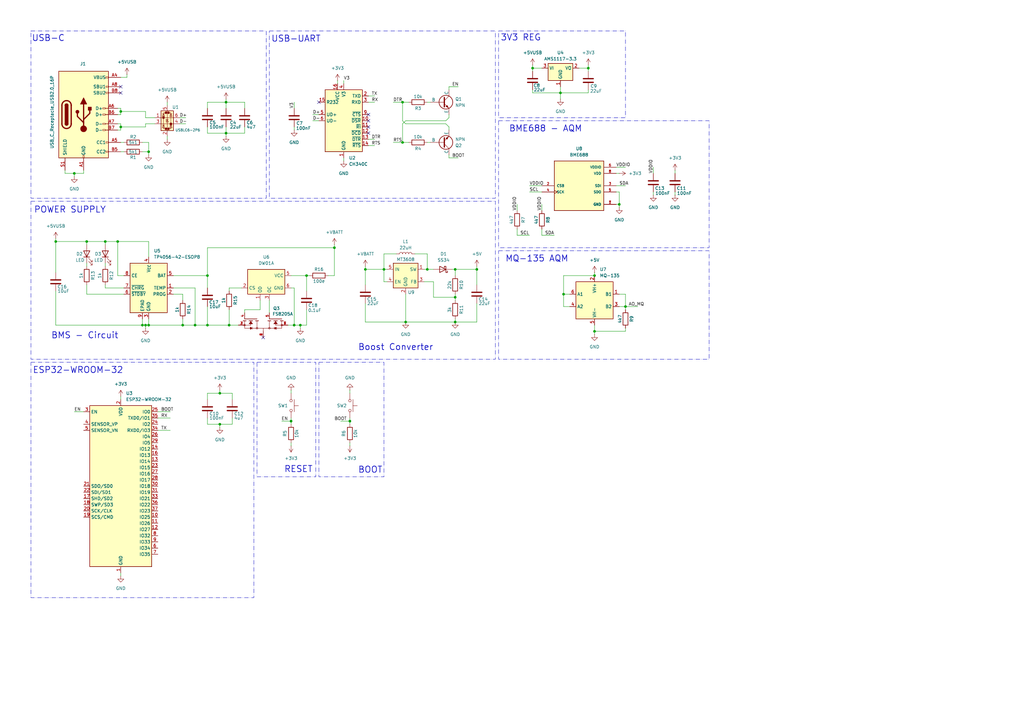
<source format=kicad_sch>
(kicad_sch (version 20250114) (generator "eeschema") (generator_version "9.0")
  (paper "A3")
  (title_block (title "Hewa Safi") (date "2025-04-03") (rev "v1.0") (company "Sixtyfour Sense Technologies") (comment 3 "Keith Brian"))
  (text "RESET" (at 122.428 192.532 0) (effects (font (size 2.54 2.54) (thickness 0.254) (bold yes))))
  (text "ESP32-WROOM-32" (at 32.004 151.892 0) (effects (font (size 2.54 2.54) (thickness 0.254) (bold yes))))
  (text "BME688 - AQM" (at 223.774 52.832 0) (effects (font (size 2.54 2.54) (thickness 0.254) (bold yes))))
  (text "USB-C" (at 19.812 15.748 0) (effects (font (size 2.54 2.54) (thickness 0.254) (bold yes))))
  (text "POWER SUPPLY" (at 28.702 86.106 0) (effects (font (size 2.54 2.54) (thickness 0.254) (bold yes))))
  (text "MQ-135 AQM" (at 220.218 106.172 0) (effects (font (size 2.54 2.54) (thickness 0.254) (bold yes))))
  (text "BOOT" (at 151.892 192.786 0) (effects (font (size 2.54 2.54) (thickness 0.254) (bold yes))))
  (text "BMS - Circuit" (at 34.798 137.668 0) (effects (font (size 2.54 2.54) (thickness 0.254) (bold yes))))
  (text "3V3 REG" (at 213.614 15.494 0) (effects (font (size 2.54 2.54) (thickness 0.254) (bold yes))))
  (text "Boost Converter" (at 162.306 142.494 0) (effects (font (size 2.54 2.54) (thickness 0.254) (bold yes))))
  (text "USB-UART" (at 121.412 16.002 0) (effects (font (size 2.54 2.54) (thickness 0.254) (bold yes))))
  (text_box "" (at 12.7 148.59 0) (size 91.44 96.52) (margins 0.9525 0.9525 0.9525 0.9525) (stroke (width 0) (type dash_dot)) (effects (font (size 1.27 1.27)) (justify left top)))
  (text_box "" (at 204.47 102.87 0) (size 86.36 44.45) (margins 0.9525 0.9525 0.9525 0.9525) (stroke (width 0) (type dash_dot)) (effects (font (size 1.27 1.27)) (justify left top)))
  (text_box "" (at 204.47 49.53 0) (size 86.36 52.07) (margins 0.9525 0.9525 0.9525 0.9525) (stroke (width 0) (type dash_dot)) (effects (font (size 1.27 1.27)) (justify left top)))
  (text_box "" (at 110.49 12.7 0) (size 92.71 68.58) (margins 0.9525 0.9525 0.9525 0.9525) (stroke (width 0) (type dash_dot)) (effects (font (size 1.27 1.27)) (justify left top)))
  (text_box "" (at 129.54 195.58 0) (size -24.13 -46.99) (margins 0.9525 0.9525 0.9525 0.9525) (stroke (width 0) (type dash_dot)) (effects (font (size 1.27 1.27)) (justify left top)))
  (text_box "" (at 157.48 195.58 0) (size -26.67 -46.99) (margins 0.9525 0.9525 0.9525 0.9525) (stroke (width 0) (type dash_dot)) (effects (font (size 1.27 1.27)) (justify left top)))
  (text_box "" (at 204.47 12.7 0) (size 52.07 35.56) (margins 0.9525 0.9525 0.9525 0.9525) (stroke (width 0) (type dash_dot)) (effects (font (size 1.27 1.27)) (justify left top)))
  (text_box "" (at 12.7 12.7 0) (size 96.52 68.58) (margins 0.9525 0.9525 0.9525 0.9525) (stroke (width 0) (type dash_dot)) (effects (font (size 1.27 1.27)) (justify left top)))
  (text_box "" (at 12.7 82.55 0) (size 190.5 64.77) (margins 0.9525 0.9525 0.9525 0.9525) (stroke (width 0) (type dash_dot)) (effects (font (size 1.27 1.27)) (justify left top)))
  (junction (at 48.26 99.06))
  (junction (at 186.69 110.49))
  (junction (at 49.53 45.72))
  (junction (at 256.54 125.73))
  (junction (at 90.17 161.29))
  (junction (at 165.1 41.91))
  (junction (at 85.09 133.35))
  (junction (at 123.19 133.35))
  (junction (at 243.84 113.03))
  (junction (at 165.1 58.42))
  (junction (at 22.86 99.06))
  (junction (at 43.18 99.06))
  (junction (at 149.86 110.49))
  (junction (at 175.26 110.49))
  (junction (at 49.53 52.07))
  (junction (at 143.51 172.72))
  (junction (at 93.98 133.35))
  (junction (at 241.3 27.94))
  (junction (at 92.71 41.91))
  (junction (at 195.58 110.49))
  (junction (at 60.96 62.23))
  (junction (at 35.56 99.06))
  (junction (at 229.87 38.1))
  (junction (at 231.14 120.65))
  (junction (at 186.69 132.08))
  (junction (at 254 83.82))
  (junction (at 218.44 27.94))
  (junction (at 120.65 133.35))
  (junction (at 157.48 110.49))
  (junction (at 30.48 71.12))
  (junction (at 80.01 133.35))
  (junction (at 92.71 54.61))
  (junction (at 58.42 133.35))
  (junction (at 166.37 132.08))
  (junction (at 59.69 133.35))
  (junction (at 74.93 133.35))
  (junction (at 243.84 135.89))
  (junction (at 90.17 173.99))
  (junction (at 60.96 133.35))
  (junction (at 186.69 121.92))
  (junction (at 125.73 113.03))
  (junction (at 85.09 113.03))
  (junction (at 137.16 101.6))
  (junction (at 119.38 172.72))
  (no_connect (at 49.53 38.1))
  (no_connect (at 151.13 54.61))
  (no_connect (at 107.95 138.43))
  (no_connect (at 130.81 41.91))
  (no_connect (at 151.13 49.53))
  (no_connect (at 151.13 46.99))
  (no_connect (at 49.53 35.56))
  (no_connect (at 151.13 52.07))
  (wire (pts (xy 123.19 133.35) (xy 123.19 134.62)))
  (wire (pts (xy 118.11 133.35) (xy 120.65 133.35)))
  (wire (pts (xy 119.38 172.72) (xy 119.38 171.45)))
  (wire (pts (xy 60.96 99.06) (xy 48.26 99.06)))
  (wire (pts (xy 149.86 124.46) (xy 149.86 132.08)))
  (wire (pts (xy 195.58 116.84) (xy 195.58 110.49)))
  (wire (pts (xy 166.37 49.53) (xy 165.1 50.8)))
  (wire (pts (xy 35.56 120.65) (xy 50.8 120.65)))
  (wire (pts (xy 48.26 50.8) (xy 49.53 50.8)))
  (wire (pts (xy 49.53 234.95) (xy 49.53 236.22)))
  (wire (pts (xy 137.16 101.6) (xy 85.09 101.6)))
  (wire (pts (xy 64.77 168.91) (xy 69.85 168.91)))
  (wire (pts (xy 59.69 50.8) (xy 63.5 50.8)))
  (wire (pts (xy 128.27 49.53) (xy 130.81 49.53)))
  (wire (pts (xy 85.09 161.29) (xy 90.17 161.29)))
  (wire (pts (xy 125.73 133.35) (xy 123.19 133.35)))
  (wire (pts (xy 158.75 115.57) (xy 157.48 115.57)))
  (wire (pts (xy 195.58 110.49) (xy 186.69 110.49)))
  (wire (pts (xy 143.51 172.72) (xy 143.51 171.45)))
  (wire (pts (xy 186.69 120.65) (xy 186.69 121.92)))
  (wire (pts (xy 60.96 62.23) (xy 58.42 62.23)))
  (wire (pts (xy 184.15 35.56) (xy 187.96 35.56)))
  (wire (pts (xy 85.09 54.61) (xy 92.71 54.61)))
  (wire (pts (xy 90.17 173.99) (xy 90.17 175.26)))
  (wire (pts (xy 151.13 39.37) (xy 153.67 39.37)))
  (wire (pts (xy 93.98 133.35) (xy 85.09 133.35)))
  (wire (pts (xy 184.15 46.99) (xy 184.15 48.26)))
  (wire (pts (xy 30.48 168.91) (xy 34.29 168.91)))
  (wire (pts (xy 151.13 41.91) (xy 153.67 41.91)))
  (wire (pts (xy 48.26 46.99) (xy 49.53 46.99)))
  (wire (pts (xy 35.56 99.06) (xy 35.56 100.33)))
  (wire (pts (xy 59.69 45.72) (xy 59.69 48.26)))
  (wire (pts (xy 165.1 50.8) (xy 165.1 58.42)))
  (wire (pts (xy 85.09 41.91) (xy 92.71 41.91)))
  (wire (pts (xy 71.12 113.03) (xy 85.09 113.03)))
  (wire (pts (xy 185.42 110.49) (xy 186.69 110.49)))
  (wire (pts (xy 119.38 161.29) (xy 119.38 160.02)))
  (wire (pts (xy 252.73 78.74) (xy 254 78.74)))
  (wire (pts (xy 165.1 41.91) (xy 165.1 49.53)))
  (wire (pts (xy 231.14 120.65) (xy 231.14 113.03)))
  (wire (pts (xy 157.48 104.14) (xy 157.48 110.49)))
  (wire (pts (xy 151.13 57.15) (xy 153.67 57.15)))
  (wire (pts (xy 92.71 54.61) (xy 100.33 54.61)))
  (wire (pts (xy 212.09 93.98) (xy 212.09 96.52)))
  (wire (pts (xy 22.86 99.06) (xy 35.56 99.06)))
  (wire (pts (xy 119.38 173.99) (xy 119.38 172.72)))
  (wire (pts (xy 177.8 121.92) (xy 186.69 121.92)))
  (wire (pts (xy 30.48 71.12) (xy 30.48 72.39)))
  (wire (pts (xy 165.1 58.42) (xy 167.64 58.42)))
  (wire (pts (xy 43.18 99.06) (xy 35.56 99.06)))
  (wire (pts (xy 120.65 52.07) (xy 120.65 53.34)))
  (wire (pts (xy 175.26 110.49) (xy 177.8 110.49)))
  (wire (pts (xy 35.56 107.95) (xy 35.56 109.22)))
  (wire (pts (xy 149.86 109.22) (xy 149.86 110.49)))
  (wire (pts (xy 151.13 59.69) (xy 153.67 59.69)))
  (wire (pts (xy 52.07 31.75) (xy 49.53 31.75)))
  (wire (pts (xy 119.38 172.72) (xy 115.57 172.72)))
  (wire (pts (xy 60.96 58.42) (xy 60.96 62.23)))
  (wire (pts (xy 231.14 125.73) (xy 231.14 120.65)))
  (wire (pts (xy 252.73 68.58) (xy 256.54 68.58)))
  (wire (pts (xy 90.17 161.29) (xy 95.25 161.29)))
  (wire (pts (xy 48.26 99.06) (xy 43.18 99.06)))
  (wire (pts (xy 184.15 52.07) (xy 184.15 53.34)))
  (wire (pts (xy 243.84 135.89) (xy 256.54 135.89)))
  (wire (pts (xy 85.09 125.73) (xy 85.09 133.35)))
  (wire (pts (xy 74.93 130.81) (xy 74.93 133.35)))
  (wire (pts (xy 49.53 58.42) (xy 50.8 58.42)))
  (wire (pts (xy 243.84 137.16) (xy 243.84 135.89)))
  (wire (pts (xy 138.43 33.02) (xy 138.43 34.29)))
  (wire (pts (xy 30.48 71.12) (xy 34.29 71.12)))
  (wire (pts (xy 254 83.82) (xy 254 85.09)))
  (wire (pts (xy 119.38 118.11) (xy 120.65 118.11)))
  (wire (pts (xy 166.37 50.8) (xy 165.1 49.53)))
  (wire (pts (xy 49.53 45.72) (xy 49.53 46.99)))
  (wire (pts (xy 58.42 58.42) (xy 60.96 58.42)))
  (wire (pts (xy 186.69 130.81) (xy 186.69 132.08)))
  (wire (pts (xy 162.56 104.14) (xy 157.48 104.14)))
  (wire (pts (xy 140.97 64.77) (xy 140.97 66.04)))
  (wire (pts (xy 241.3 26.67) (xy 241.3 27.94)))
  (wire (pts (xy 243.84 133.35) (xy 243.84 135.89)))
  (wire (pts (xy 241.3 27.94) (xy 241.3 29.21)))
  (wire (pts (xy 218.44 36.83) (xy 218.44 38.1)))
  (wire (pts (xy 59.69 48.26) (xy 63.5 48.26)))
  (wire (pts (xy 59.69 52.07) (xy 59.69 50.8)))
  (wire (pts (xy 119.38 182.88) (xy 119.38 181.61)))
  (wire (pts (xy 49.53 52.07) (xy 49.53 53.34)))
  (wire (pts (xy 218.44 27.94) (xy 218.44 29.21)))
  (wire (pts (xy 26.67 71.12) (xy 30.48 71.12)))
  (wire (pts (xy 212.09 96.52) (xy 217.17 96.52)))
  (wire (pts (xy 110.49 123.19) (xy 110.49 128.27)))
  (wire (pts (xy 143.51 161.29) (xy 143.51 160.02)))
  (wire (pts (xy 175.26 104.14) (xy 175.26 110.49)))
  (wire (pts (xy 184.15 35.56) (xy 184.15 36.83)))
  (wire (pts (xy 106.68 123.19) (xy 106.68 127)))
  (wire (pts (xy 276.86 69.85) (xy 276.86 71.12)))
  (wire (pts (xy 43.18 107.95) (xy 43.18 109.22)))
  (wire (pts (xy 143.51 172.72) (xy 139.7 172.72)))
  (wire (pts (xy 254 125.73) (xy 256.54 125.73)))
  (wire (pts (xy 143.51 182.88) (xy 143.51 181.61)))
  (wire (pts (xy 166.37 50.8) (xy 182.88 50.8)))
  (wire (pts (xy 59.69 133.35) (xy 60.96 133.35)))
  (wire (pts (xy 125.73 113.03) (xy 125.73 119.38)))
  (wire (pts (xy 218.44 38.1) (xy 229.87 38.1)))
  (wire (pts (xy 157.48 110.49) (xy 157.48 115.57)))
  (wire (pts (xy 243.84 111.76) (xy 243.84 113.03)))
  (wire (pts (xy 34.29 69.85) (xy 34.29 71.12)))
  (wire (pts (xy 58.42 130.81) (xy 58.42 133.35)))
  (wire (pts (xy 49.53 62.23) (xy 50.8 62.23)))
  (wire (pts (xy 74.93 120.65) (xy 74.93 123.19)))
  (wire (pts (xy 99.06 118.11) (xy 93.98 118.11)))
  (wire (pts (xy 71.12 120.65) (xy 74.93 120.65)))
  (wire (pts (xy 93.98 118.11) (xy 93.98 119.38)))
  (wire (pts (xy 90.17 173.99) (xy 95.25 173.99)))
  (wire (pts (xy 43.18 118.11) (xy 50.8 118.11)))
  (wire (pts (xy 22.86 97.79) (xy 22.86 99.06)))
  (wire (pts (xy 166.37 132.08) (xy 186.69 132.08)))
  (wire (pts (xy 92.71 54.61) (xy 92.71 55.88)))
  (wire (pts (xy 64.77 171.45) (xy 69.85 171.45)))
  (wire (pts (xy 85.09 171.45) (xy 85.09 173.99)))
  (wire (pts (xy 170.18 104.14) (xy 175.26 104.14)))
  (wire (pts (xy 93.98 133.35) (xy 97.79 133.35)))
  (wire (pts (xy 49.53 162.56) (xy 49.53 163.83)))
  (wire (pts (xy 137.16 100.33) (xy 137.16 101.6)))
  (wire (pts (xy 119.38 113.03) (xy 125.73 113.03)))
  (wire (pts (xy 60.96 133.35) (xy 60.96 130.81)))
  (wire (pts (xy 256.54 120.65) (xy 256.54 125.73)))
  (wire (pts (xy 166.37 49.53) (xy 182.88 49.53)))
  (wire (pts (xy 123.19 133.35) (xy 120.65 133.35)))
  (wire (pts (xy 125.73 113.03) (xy 127 113.03)))
  (wire (pts (xy 161.29 41.91) (xy 165.1 41.91)))
  (wire (pts (xy 120.65 41.91) (xy 120.65 44.45)))
  (wire (pts (xy 241.3 27.94) (xy 237.49 27.94)))
  (wire (pts (xy 85.09 133.35) (xy 80.01 133.35)))
  (wire (pts (xy 92.71 41.91) (xy 100.33 41.91)))
  (wire (pts (xy 184.15 63.5) (xy 184.15 64.77)))
  (wire (pts (xy 173.99 110.49) (xy 175.26 110.49)))
  (wire (pts (xy 256.54 125.73) (xy 261.62 125.73)))
  (wire (pts (xy 22.86 119.38) (xy 22.86 133.35)))
  (wire (pts (xy 22.86 133.35) (xy 58.42 133.35)))
  (wire (pts (xy 73.66 50.8) (xy 76.2 50.8)))
  (wire (pts (xy 157.48 110.49) (xy 158.75 110.49)))
  (wire (pts (xy 241.3 36.83) (xy 241.3 38.1)))
  (wire (pts (xy 58.42 133.35) (xy 59.69 133.35)))
  (wire (pts (xy 217.17 76.2) (xy 222.25 76.2)))
  (wire (pts (xy 165.1 41.91) (xy 167.64 41.91)))
  (wire (pts (xy 85.09 44.45) (xy 85.09 41.91)))
  (wire (pts (xy 184.15 64.77) (xy 187.96 64.77)))
  (wire (pts (xy 175.26 58.42) (xy 176.53 58.42)))
  (wire (pts (xy 252.73 71.12) (xy 254 71.12)))
  (wire (pts (xy 95.25 173.99) (xy 95.25 171.45)))
  (wire (pts (xy 68.58 41.91) (xy 68.58 43.18)))
  (wire (pts (xy 100.33 54.61) (xy 100.33 52.07)))
  (wire (pts (xy 195.58 109.22) (xy 195.58 110.49)))
  (wire (pts (xy 85.09 173.99) (xy 90.17 173.99)))
  (wire (pts (xy 233.68 125.73) (xy 231.14 125.73)))
  (wire (pts (xy 231.14 113.03) (xy 243.84 113.03)))
  (wire (pts (xy 229.87 38.1) (xy 229.87 40.64)))
  (wire (pts (xy 149.86 110.49) (xy 157.48 110.49)))
  (wire (pts (xy 85.09 163.83) (xy 85.09 161.29)))
  (wire (pts (xy 184.15 48.26) (xy 182.88 49.53)))
  (wire (pts (xy 64.77 176.53) (xy 69.85 176.53)))
  (wire (pts (xy 48.26 53.34) (xy 49.53 53.34)))
  (wire (pts (xy 173.99 115.57) (xy 177.8 115.57)))
  (wire (pts (xy 73.66 48.26) (xy 76.2 48.26)))
  (wire (pts (xy 140.97 33.02) (xy 140.97 34.29)))
  (wire (pts (xy 35.56 116.84) (xy 35.56 120.65)))
  (wire (pts (xy 241.3 38.1) (xy 229.87 38.1)))
  (wire (pts (xy 177.8 115.57) (xy 177.8 121.92)))
  (wire (pts (xy 60.96 62.23) (xy 60.96 63.5)))
  (wire (pts (xy 195.58 124.46) (xy 195.58 132.08)))
  (wire (pts (xy 222.25 93.98) (xy 222.25 96.52)))
  (wire (pts (xy 184.15 52.07) (xy 182.88 50.8)))
  (wire (pts (xy 52.07 30.48) (xy 52.07 31.75)))
  (wire (pts (xy 92.71 40.64) (xy 92.71 41.91)))
  (wire (pts (xy 137.16 113.03) (xy 134.62 113.03)))
  (wire (pts (xy 49.53 50.8) (xy 49.53 52.07)))
  (wire (pts (xy 68.58 55.88) (xy 68.58 57.15)))
  (wire (pts (xy 128.27 46.99) (xy 130.81 46.99)))
  (wire (pts (xy 254 120.65) (xy 256.54 120.65)))
  (wire (pts (xy 49.53 52.07) (xy 59.69 52.07)))
  (wire (pts (xy 100.33 41.91) (xy 100.33 44.45)))
  (wire (pts (xy 267.97 78.74) (xy 267.97 80.01)))
  (wire (pts (xy 186.69 110.49) (xy 186.69 113.03)))
  (wire (pts (xy 60.96 105.41) (xy 60.96 99.06)))
  (wire (pts (xy 59.69 133.35) (xy 59.69 134.62)))
  (wire (pts (xy 22.86 111.76) (xy 22.86 99.06)))
  (wire (pts (xy 256.54 134.62) (xy 256.54 135.89)))
  (wire (pts (xy 218.44 26.67) (xy 218.44 27.94)))
  (wire (pts (xy 252.73 76.2) (xy 256.54 76.2)))
  (wire (pts (xy 48.26 44.45) (xy 49.53 44.45)))
  (wire (pts (xy 252.73 83.82) (xy 254 83.82)))
  (wire (pts (xy 48.26 113.03) (xy 48.26 99.06)))
  (wire (pts (xy 90.17 160.02) (xy 90.17 161.29)))
  (wire (pts (xy 93.98 127) (xy 93.98 133.35)))
  (wire (pts (xy 95.25 161.29) (xy 95.25 163.83)))
  (wire (pts (xy 149.86 110.49) (xy 149.86 116.84)))
  (wire (pts (xy 149.86 132.08) (xy 166.37 132.08)))
  (wire (pts (xy 49.53 45.72) (xy 59.69 45.72)))
  (wire (pts (xy 50.8 113.03) (xy 48.26 113.03)))
  (wire (pts (xy 125.73 127) (xy 125.73 133.35)))
  (wire (pts (xy 100.33 127) (xy 100.33 128.27)))
  (wire (pts (xy 137.16 101.6) (xy 137.16 113.03)))
  (wire (pts (xy 267.97 68.58) (xy 267.97 71.12)))
  (wire (pts (xy 161.29 58.42) (xy 165.1 58.42)))
  (wire (pts (xy 43.18 99.06) (xy 43.18 100.33)))
  (wire (pts (xy 276.86 78.74) (xy 276.86 80.01)))
  (wire (pts (xy 43.18 116.84) (xy 43.18 118.11)))
  (wire (pts (xy 231.14 120.65) (xy 233.68 120.65)))
  (wire (pts (xy 92.71 41.91) (xy 92.71 44.45)))
  (wire (pts (xy 92.71 52.07) (xy 92.71 54.61)))
  (wire (pts (xy 49.53 44.45) (xy 49.53 45.72)))
  (wire (pts (xy 217.17 78.74) (xy 222.25 78.74)))
  (wire (pts (xy 222.25 27.94) (xy 218.44 27.94)))
  (wire (pts (xy 74.93 133.35) (xy 60.96 133.35)))
  (wire (pts (xy 80.01 118.11) (xy 80.01 133.35)))
  (wire (pts (xy 166.37 120.65) (xy 166.37 132.08)))
  (wire (pts (xy 26.67 69.85) (xy 26.67 71.12)))
  (wire (pts (xy 256.54 125.73) (xy 256.54 127)))
  (wire (pts (xy 175.26 41.91) (xy 176.53 41.91)))
  (wire (pts (xy 80.01 133.35) (xy 74.93 133.35)))
  (wire (pts (xy 195.58 132.08) (xy 186.69 132.08)))
  (wire (pts (xy 229.87 35.56) (xy 229.87 38.1)))
  (wire (pts (xy 85.09 113.03) (xy 85.09 118.11)))
  (wire (pts (xy 85.09 101.6) (xy 85.09 113.03)))
  (wire (pts (xy 222.25 96.52) (xy 227.33 96.52)))
  (wire (pts (xy 212.09 83.82) (xy 212.09 86.36)))
  (wire (pts (xy 106.68 127) (xy 100.33 127)))
  (wire (pts (xy 186.69 121.92) (xy 186.69 123.19)))
  (wire (pts (xy 143.51 173.99) (xy 143.51 172.72)))
  (wire (pts (xy 71.12 118.11) (xy 80.01 118.11)))
  (wire (pts (xy 120.65 118.11) (xy 120.65 133.35)))
  (wire (pts (xy 222.25 83.82) (xy 222.25 86.36)))
  (wire (pts (xy 85.09 52.07) (xy 85.09 54.61)))
  (wire (pts (xy 254 78.74) (xy 254 83.82)))
  (label "BOOT" (at 142.24 172.72 180))
  (label "RTS" (at 152.4 59.69 0))
  (label "DTR" (at 152.4 57.15 0))
  (label "VDDIO" (at 222.25 86.36 90) (effects (font (thickness 0.1588))))
  (label "BOOT" (at 185.42 64.77 0))
  (label "V3" (at 140.97 33.02 0))
  (label "TX" (at 152.4 39.37 0))
  (label "VDDIO" (at 217.17 76.2 0) (effects (font (thickness 0.1588))))
  (label "RX" (at 152.4 41.91 0))
  (label "SDA" (at 254 76.2 0) (effects (font (thickness 0.1588))))
  (label "D+" (at 128.27 46.99 0))
  (label "D-" (at 128.27 49.53 0))
  (label "D-" (at 73.66 50.8 0))
  (label "EN" (at 118.11 172.72 180))
  (label "SDA" (at 223.52 96.52 0) (effects (font (thickness 0.1588))))
  (label "VDDIO" (at 212.09 86.36 90) (effects (font (thickness 0.1588))))
  (label "BOOT" (at 66.04 168.91 0))
  (label "EN" (at 30.48 168.91 0))
  (label "DTR" (at 161.29 41.91 0))
  (label "EN" (at 185.42 35.56 0))
  (label "SCL" (at 213.36 96.52 0) (effects (font (thickness 0.1588))))
  (label "VDDIO" (at 252.73 68.58 0) (effects (font (thickness 0.1588))))
  (label "RTS" (at 161.29 58.42 0))
  (label "V3" (at 120.65 44.45 90))
  (label "SCL" (at 217.17 78.74 0) (effects (font (thickness 0.1588))))
  (label "RX" (at 66.04 171.45 0))
  (label "VDDIO" (at 267.97 71.12 90) (effects (font (thickness 0.1588))))
  (label "AO_MQ" (at 257.81 125.73 0))
  (label "TX" (at 66.04 176.53 0))
  (label "D+" (at 73.66 48.26 0))
  (symbol (lib_id "Device:LED") (at 43.18 104.14 90) (unit 1)
    (property "Reference" "D3" (at 38.862 104.14 90) (effects (justify right)))
    (property "Value" "LED" (at 38.608 106.68 90) (effects (justify right)))
    (property "Description" "Light emitting diode" (effects (hide yes)))
    (property "Sim.Pins" "1=K 2=A" (effects (hide yes)))
  )
  (symbol (lib_id "power:GND") (at 120.65 53.34 0) (unit 1)
    (property "Reference" "#PWR013" (effects (hide yes)))
    (property "Value" "GND" (at 120.65 58.42 0))
    (property "Description" "Power symbol creates a global label with name \"GND\" , ground" (effects (hide yes)))
  )
  (symbol (lib_id "power:+3V3") (at 276.86 69.85 0) (unit 1)
    (property "Reference" "#PWR025" (effects (hide yes)))
    (property "Value" "+3V3" (at 276.86 64.77 0))
    (property "Description" "Power symbol creates a global label with name \"+3V3\"" (effects (hide yes)))
  )
  (symbol (lib_id "power:GND") (at 90.17 175.26 0) (unit 1)
    (property "Reference" "#PWR021" (effects (hide yes)))
    (property "Value" "GND" (at 90.17 180.34 0))
    (property "Description" "Power symbol creates a global label with name \"GND\" , ground" (effects (hide yes)))
  )
  (symbol (lib_id "power:+5V") (at 22.86 97.79 0) (unit 1)
    (property "Reference" "#PWR034" (effects (hide yes)))
    (property "Value" "+5VUSB" (at 22.86 92.71 0))
    (property "Description" "Power symbol creates a global label with name \"+5V\"" (effects (hide yes)))
  )
  (symbol (lib_id "Sensor_Gas:MQ-6") (at 243.84 123.19 0) (unit 1)
    (property "Reference" "U7" (at 245.9833 110.49 0) (effects (justify left)))
    (property "Value" "MQ-135" (at 245.9833 113.03 0) (effects (justify left)))
    (property "Footprint" "Sensor:MQ-6" (effects (hide yes)))
    (property "Datasheet" "https://www.winsen-sensor.com/d/files/semiconductor/mq-6.pdf" (effects (hide yes)))
    (property "Description" "Semiconductor Sensor for Flammable Gas" (effects (hide yes)))
  )
  (symbol (lib_id "power:GND") (at 68.58 57.15 0) (unit 1)
    (property "Reference" "#PWR07" (effects (hide yes)))
    (property "Value" "GND" (at 68.58 62.23 0))
    (property "Description" "Power symbol creates a global label with name \"GND\" , ground" (effects (hide yes)))
  )
  (symbol (lib_id "Device:R") (at 130.81 113.03 270) (unit 1)
    (property "Reference" "R16" (at 130.81 110.49 90))
    (property "Value" "100e" (at 130.81 115.316 90))
    (property "Description" "Resistor" (effects (hide yes)))
  )
  (symbol (lib_id "power:GND") (at 30.48 72.39 0) (unit 1)
    (property "Reference" "#PWR01" (effects (hide yes)))
    (property "Value" "GND" (at 30.48 77.47 0))
    (property "Description" "Power symbol creates a global label with name \"GND\" , ground" (effects (hide yes)))
  )
  (symbol (lib_id "Device:R") (at 186.69 127 180) (unit 1)
    (property "Reference" "R11" (at 189.23 127 90))
    (property "Value" "3k" (at 184.404 127 90))
    (property "Description" "Resistor" (effects (hide yes)))
  )
  (symbol (lib_id "Connector:USB_C_Receptacle_USB2.0_16P") (at 34.29 46.99 0) (unit 1)
    (property "Reference" "J1" (at 34.036 26.162 0))
    (property "Value" "USB_C_Receptacle_USB2.0_16P" (at 21.336 45.974 90))
    (property "Datasheet" "https://www.usb.org/sites/default/files/documents/usb_type-c.zip" (effects (hide yes)))
    (property "Description" "USB 2.0-only 16P Type-C Receptacle connector" (effects (hide yes)))
  )
  (symbol (lib_id "Device:R") (at 171.45 58.42 90) (unit 1)
    (property "Reference" "R4" (at 171.45 60.96 90))
    (property "Value" "10k" (at 171.45 56.134 90))
    (property "Description" "Resistor" (effects (hide yes)))
  )
  (symbol (lib_id "Device:C") (at 85.09 48.26 0) (unit 1)
    (property "Reference" "C5" (at 85.852 50.292 0) (effects (justify left)))
    (property "Value" "100nF" (at 85.852 52.07 0) (effects (justify left)))
    (property "Description" "Unpolarized capacitor" (effects (hide yes)))
  )
  (symbol (lib_id "Device:C") (at 125.73 123.19 180) (unit 1)
    (property "Reference" "C18" (at 130.302 125.222 0) (effects (justify left)))
    (property "Value" "0.1uF" (at 131.826 127.254 0) (effects (justify left)))
    (property "Description" "Unpolarized capacitor" (effects (hide yes)))
  )
  (symbol (lib_id "power:GND") (at 49.53 236.22 0) (unit 1)
    (property "Reference" "#PWR014" (effects (hide yes)))
    (property "Value" "GND" (at 49.53 241.3 0))
    (property "Description" "Power symbol creates a global label with name \"GND\" , ground" (effects (hide yes)))
  )
  (symbol (lib_id "Device:C") (at 120.65 48.26 180) (unit 1)
    (property "Reference" "C7" (at 124.206 50.546 0) (effects (justify left)))
    (property "Value" "100nF" (at 127.508 52.578 0) (effects (justify left)))
    (property "Description" "Unpolarized capacitor" (effects (hide yes)))
  )
  (symbol (lib_id "Regulator_Linear:AMS1117-3.3") (at 229.87 27.94 0) (unit 1)
    (property "Reference" "U4" (at 229.87 21.59 0))
    (property "Value" "AMS1117-3.3" (at 229.87 24.13 0))
    (property "Footprint" "Package_TO_SOT_SMD:SOT-223-3_TabPin2" (effects (hide yes)))
    (property "Datasheet" "http://www.advanced-monolithic.com/pdf/ds1117.pdf" (effects (hide yes)))
    (property "Description" "1A Low Dropout regulator, positive, 3.3V fixed output, SOT-223" (effects (hide yes)))
  )
  (symbol (lib_id "Device:C") (at 149.86 120.65 180) (unit 1)
    (property "Reference" "C15" (at 154.432 122.682 0) (effects (justify left)))
    (property "Value" "22uF" (at 155.448 124.46 0) (effects (justify left)))
    (property "Description" "Unpolarized capacitor" (effects (hide yes)))
  )
  (symbol (lib_id "Regulator_Switching:MT3608") (at 166.37 113.03 0) (unit 1)
    (property "Reference" "U9" (at 168.656 119.888 0))
    (property "Value" "MT3608" (at 166.37 106.426 0))
    (property "Footprint" "Package_TO_SOT_SMD:SOT-23-6" (effects (hide yes)))
    (property "Datasheet" "https://www.olimex.com/Products/Breadboarding/BB-PWR-3608/resources/MT3608.pdf" (effects (hide yes)))
    (property "Description" "High Efficiency 1.2MHz 2A Step Up Converter, 2-24V Vin, 28V Vout, 4A current limit, 1.2MHz, SOT23-6" (effects (hide yes)))
  )
  (symbol (lib_id "Device:R") (at 222.25 90.17 180) (unit 1)
    (property "Reference" "R8" (at 224.79 90.17 90))
    (property "Value" "4k7" (at 219.964 90.17 90))
    (property "Description" "Resistor" (effects (hide yes)))
  )
  (symbol (lib_id "Device:R") (at 43.18 113.03 180) (unit 1)
    (property "Reference" "R12" (at 45.72 113.03 90))
    (property "Value" "1k" (at 40.894 113.03 90))
    (property "Description" "Resistor" (effects (hide yes)))
  )
  (symbol (lib_id "Device:R") (at 186.69 116.84 180) (unit 1)
    (property "Reference" "R10" (at 189.23 116.84 90))
    (property "Value" "22k" (at 184.404 116.84 90))
    (property "Description" "Resistor" (effects (hide yes)))
  )
  (symbol (lib_id "power:+3V3") (at 90.17 160.02 0) (unit 1)
    (property "Reference" "#PWR020" (effects (hide yes)))
    (property "Value" "+3V3" (at 90.17 154.94 0))
    (property "Description" "Power symbol creates a global label with name \"+3V3\"" (effects (hide yes)))
  )
  (symbol (lib_id "power:GND") (at 276.86 80.01 0) (unit 1)
    (property "Reference" "#PWR024" (effects (hide yes)))
    (property "Value" "GND" (at 276.86 85.09 0))
    (property "Description" "Power symbol creates a global label with name \"GND\" , ground" (effects (hide yes)))
  )
  (symbol (lib_id "Device:C") (at 218.44 33.02 180) (unit 1)
    (property "Reference" "C8" (at 221.488 35.052 0) (effects (justify left)))
    (property "Value" "22uF" (at 223.774 36.83 0) (effects (justify left)))
    (property "Description" "Unpolarized capacitor" (effects (hide yes)))
  )
  (symbol (lib_id "Device:C") (at 95.25 167.64 0) (unit 1)
    (property "Reference" "C12" (at 96.012 169.672 0) (effects (justify left)))
    (property "Value" "4u7" (at 96.012 171.45 0) (effects (justify left)))
    (property "Description" "Unpolarized capacitor" (effects (hide yes)))
  )
  (symbol (lib_id "Device:R") (at 256.54 130.81 180) (unit 1)
    (property "Reference" "R9" (at 259.08 130.81 90))
    (property "Value" "4k7" (at 254.254 130.81 90))
    (property "Description" "Resistor" (effects (hide yes)))
  )
  (symbol (lib_id "FS8205A:FS8205A") (at 107.95 133.35 270) (unit 1)
    (property "Reference" "Q3" (at 112.014 126.492 90) (effects (justify left)))
    (property "Value" "FS8205A" (at 111.76 128.778 90) (effects (justify left)))
    (property "Footprint" "FS8205A:SOP65P640X120-8N" (effects (hide yes)))
    (property "MF" "Fortune Semiconductor" (effects (hide yes)))
    (property "MAXIMUM_PACKAGE_HEIGHT" "1.2mm" (effects (hide yes)))
    (property "Package" "Package" (effects (hide yes)))
    (property "Price" "None" (effects (hide yes)))
    (property "Check_prices" "https://www.snapeda.com/parts/FS8205A/Fortune+Semiconductor/view-part/?ref=eda" (effects (hide yes)))
    (property "STANDARD" "IPC 7351B" (effects (hide yes)))
    (property "PARTREV" "1.7" (effects (hide yes)))
    (property "SnapEDA_Link" "https://www.snapeda.com/parts/FS8205A/Fortune+Semiconductor/view-part/?ref=snap" (effects (hide yes)))
    (property "MP" "FS8205A" (effects (hide yes)))
    (property "Availability" "In Stock" (effects (hide yes)))
    (property "MANUFACTURER" "Fortune Semiconductor" (effects (hide yes)))
  )
  (symbol (lib_id "power:GND") (at 243.84 137.16 0) (unit 1)
    (property "Reference" "#PWR026" (effects (hide yes)))
    (property "Value" "GND" (at 243.84 142.24 0))
    (property "Description" "Power symbol creates a global label with name \"GND\" , ground" (effects (hide yes)))
  )
  (symbol (lib_id "Battery_Management:DW01A") (at 109.22 115.57 0) (unit 1)
    (property "Reference" "U6" (at 109.22 105.41 0))
    (property "Value" "DW01A" (at 109.22 107.95 0))
    (property "Footprint" "Package_TO_SOT_SMD:SOT-23-6" (effects (hide yes)))
    (property "Datasheet" "https://hmsemi.com/downfile/DW01A.PDF" (effects (hide yes)))
    (property "Description" "Overcharge, overcurrent and overdischarge protection IC for single cell lithium-ion/polymer battery" (effects (hide yes)))
  )
  (symbol (lib_id "power:+3V3") (at 138.43 33.02 0) (unit 1)
    (property "Reference" "#PWR012" (effects (hide yes)))
    (property "Value" "+3V3" (at 138.43 27.94 0))
    (property "Description" "Power symbol creates a global label with name \"+3V3\"" (effects (hide yes)))
  )
  (symbol (lib_id "Device:R") (at 93.98 123.19 180) (unit 1)
    (property "Reference" "R15" (at 96.52 123.19 90))
    (property "Value" "1k" (at 91.694 123.19 90))
    (property "Description" "Resistor" (effects (hide yes)))
  )
  (symbol (lib_id "Device:C") (at 85.09 167.64 0) (unit 1)
    (property "Reference" "C10" (at 85.852 169.672 0) (effects (justify left)))
    (property "Value" "100nF" (at 85.852 171.45 0) (effects (justify left)))
    (property "Description" "Unpolarized capacitor" (effects (hide yes)))
  )
  (symbol (lib_id "power:GND") (at 60.96 63.5 0) (unit 1)
    (property "Reference" "#PWR03" (effects (hide yes)))
    (property "Value" "GND" (at 60.96 68.58 0))
    (property "Description" "Power symbol creates a global label with name \"GND\" , ground" (effects (hide yes)))
  )
  (symbol (lib_id "Device:C") (at 276.86 74.93 180) (unit 1)
    (property "Reference" "C11" (at 281.432 77.216 0) (effects (justify left)))
    (property "Value" "100nF" (at 283.718 79.248 0) (effects (justify left)))
    (property "Description" "Unpolarized capacitor" (effects (hide yes)))
  )
  (symbol (lib_id "power:GND") (at 254 85.09 0) (unit 1)
    (property "Reference" "#PWR015" (effects (hide yes)))
    (property "Value" "GND" (at 254 90.17 0))
    (property "Description" "Power symbol creates a global label with name \"GND\" , ground" (effects (hide yes)))
  )
  (symbol (lib_id "power:GND") (at 92.71 55.88 0) (unit 1)
    (property "Reference" "#PWR08" (effects (hide yes)))
    (property "Value" "GND" (at 92.71 60.96 0))
    (property "Description" "Power symbol creates a global label with name \"GND\" , ground" (effects (hide yes)))
  )
  (symbol (lib_id "Device:C") (at 22.86 115.57 180) (unit 1)
    (property "Reference" "C16" (at 27.432 117.602 0) (effects (justify left)))
    (property "Value" "10uF" (at 28.448 119.38 0) (effects (justify left)))
    (property "Description" "Unpolarized capacitor" (effects (hide yes)))
  )
  (symbol (lib_id "Device:C") (at 195.58 120.65 180) (unit 1)
    (property "Reference" "C14" (at 200.152 122.682 0) (effects (justify left)))
    (property "Value" "22uF" (at 201.168 124.46 0) (effects (justify left)))
    (property "Description" "Unpolarized capacitor" (effects (hide yes)))
  )
  (symbol (lib_id "power:GND") (at 59.69 134.62 0) (unit 1)
    (property "Reference" "#PWR033" (effects (hide yes)))
    (property "Value" "GND" (at 59.69 139.7 0))
    (property "Description" "Power symbol creates a global label with name \"GND\" , ground" (effects (hide yes)))
  )
  (symbol (lib_id "power:+5V") (at 218.44 26.67 0) (unit 1)
    (property "Reference" "#PWR05" (effects (hide yes)))
    (property "Value" "+5VUSB" (at 218.44 21.59 0))
    (property "Description" "Power symbol creates a global label with name \"+5V\"" (effects (hide yes)))
  )
  (symbol (lib_id "Device:C") (at 267.97 74.93 180) (unit 1)
    (property "Reference" "C13" (at 272.542 77.216 0) (effects (justify left)))
    (property "Value" "100nF" (at 274.828 79.248 0) (effects (justify left)))
    (property "Description" "Unpolarized capacitor" (effects (hide yes)))
  )
  (symbol (lib_id "Device:R") (at 171.45 41.91 90) (unit 1)
    (property "Reference" "R3" (at 171.45 44.45 90))
    (property "Value" "10k" (at 171.45 39.624 90))
    (property "Description" "Resistor" (effects (hide yes)))
  )
  (symbol (lib_id "Device:R") (at 143.51 177.8 0) (unit 1)
    (property "Reference" "R6" (at 140.97 177.8 90))
    (property "Value" "10k" (at 145.796 177.8 90))
    (property "Description" "Resistor" (effects (hide yes)))
  )
  (symbol (lib_id "Device:R") (at 54.61 62.23 90) (unit 1)
    (property "Reference" "R1" (at 54.61 64.516 90))
    (property "Value" "5k1" (at 54.61 62.23 90))
    (property "Description" "Resistor" (effects (hide yes)))
  )
  (symbol (lib_id "Battery_Management:TP4056-42-ESOP8") (at 60.96 118.11 0) (unit 1)
    (property "Reference" "U5" (at 63.1033 102.87 0) (effects (justify left)))
    (property "Value" "TP4056-42-ESOP8" (at 63.1033 105.41 0) (effects (justify left)))
    (property "Footprint" "Package_SO:SOIC-8-1EP_3.9x4.9mm_P1.27mm_EP2.41x3.3mm_ThermalVias" (effects (hide yes)))
    (property "Datasheet" "https://www.lcsc.com/datasheet/lcsc_datasheet_2410121619_TOPPOWER-Nanjing-Extension-Microelectronics-TP4056-42-ESOP8_C16581.pdf" (effects (hide yes)))
    (property "Description" "1A Standalone Linear Li-ion/LiPo single-cell battery charger, 4.2V ±1% charge voltage, VCC = 4.0..8.0V, SOIC-8 (SOP-8)" (effects (hide yes)))
  )
  (symbol (lib_id "power:+5V") (at 195.58 109.22 0) (unit 1)
    (property "Reference" "#PWR029" (effects (hide yes)))
    (property "Value" "+5V" (at 195.58 104.14 0))
    (property "Description" "Power symbol creates a global label with name \"+5V\"" (effects (hide yes)))
  )
  (symbol (lib_id "Interface_USB:CH340C") (at 140.97 49.53 0) (unit 1)
    (property "Reference" "U2" (at 143.1133 64.77 0) (effects (justify left)))
    (property "Value" "CH340C" (at 143.1133 67.31 0) (effects (justify left)))
    (property "Footprint" "Package_SO:SOIC-16_3.9x9.9mm_P1.27mm" (effects (hide yes)))
    (property "Datasheet" "https://datasheet.lcsc.com/szlcsc/Jiangsu-Qin-Heng-CH340C_C84681.pdf" (effects (hide yes)))
    (property "Description" "USB serial converter, crystal-less, UART, SOIC-16" (effects (hide yes)))
  )
  (symbol (lib_id "Device:R") (at 119.38 177.8 0) (unit 1)
    (property "Reference" "R5" (at 116.84 177.8 90))
    (property "Value" "10k" (at 121.666 177.8 90))
    (property "Description" "Resistor" (effects (hide yes)))
  )
  (symbol (lib_id "Device:C") (at 92.71 48.26 0) (unit 1)
    (property "Reference" "C4" (at 94.234 50.292 0) (effects (justify left)))
    (property "Value" "22uF" (at 94.234 52.07 0) (effects (justify left)))
    (property "Description" "Unpolarized capacitor" (effects (hide yes)))
  )
  (symbol (lib_id "power:+5V") (at 52.07 30.48 0) (unit 1)
    (property "Reference" "#PWR02" (effects (hide yes)))
    (property "Value" "+5VUSB" (at 52.07 25.4 0))
    (property "Description" "Power symbol creates a global label with name \"+5V\"" (effects (hide yes)))
  )
  (symbol (lib_id "power:+3V3") (at 254 71.12 270) (unit 1)
    (property "Reference" "#PWR023" (effects (hide yes)))
    (property "Value" "+3V3" (at 257.81 71.1199 90) (effects (justify left)))
    (property "Description" "Power symbol creates a global label with name \"+3V3\"" (effects (hide yes)))
  )
  (symbol (lib_id "power:+5V") (at 68.58 41.91 0) (unit 1)
    (property "Reference" "#PWR06" (effects (hide yes)))
    (property "Value" "+5VUSB" (at 68.58 36.83 0))
    (property "Description" "Power symbol creates a global label with name \"+5V\"" (effects (hide yes)))
  )
  (symbol (lib_id "power:+3V3") (at 143.51 182.88 180) (unit 1)
    (property "Reference" "#PWR018" (effects (hide yes)))
    (property "Value" "+3V3" (at 143.51 187.96 0))
    (property "Description" "Power symbol creates a global label with name \"+3V3\"" (effects (hide yes)))
  )
  (symbol (lib_id "RF_Module:ESP32-WROOM-32") (at 49.53 199.39 0) (unit 1)
    (property "Reference" "U3" (at 51.6733 161.29 0) (effects (justify left)))
    (property "Value" "ESP32-WROOM-32" (at 51.6733 163.83 0) (effects (justify left)))
    (property "Footprint" "RF_Module:ESP32-WROOM-32" (effects (hide yes)))
    (property "Datasheet" "https://www.espressif.com/sites/default/files/documentation/esp32-wroom-32_datasheet_en.pdf" (effects (hide yes)))
    (property "Description" "RF Module, ESP32-D0WDQ6 SoC, Wi-Fi 802.11b/g/n, Bluetooth, BLE, 32-bit, 2.7-3.6V, onboard antenna, SMD" (effects (hide yes)))
  )
  (symbol (lib_id "power:+5V") (at 92.71 40.64 0) (unit 1)
    (property "Reference" "#PWR09" (effects (hide yes)))
    (property "Value" "+5VUSB" (at 92.71 35.56 0))
    (property "Description" "Power symbol creates a global label with name \"+5V\"" (effects (hide yes)))
  )
  (symbol (lib_id "power:GND") (at 186.69 132.08 0) (unit 1)
    (property "Reference" "#PWR030" (effects (hide yes)))
    (property "Value" "GND" (at 186.69 137.16 0))
    (property "Description" "Power symbol creates a global label with name \"GND\" , ground" (effects (hide yes)))
  )
  (symbol (lib_id "Device:L") (at 166.37 104.14 90) (unit 1)
    (property "Reference" "L1" (at 166.37 99.06 90))
    (property "Value" "22uH" (at 166.37 101.6 90))
    (property "Description" "Inductor" (effects (hide yes)))
  )
  (symbol (lib_id "power:+5V") (at 149.86 109.22 0) (unit 1)
    (property "Reference" "#PWR032" (effects (hide yes)))
    (property "Value" "+VBATT" (at 149.86 104.14 0))
    (property "Description" "Power symbol creates a global label with name \"+5V\"" (effects (hide yes)))
  )
  (symbol (lib_id "Device:R") (at 54.61 58.42 90) (unit 1)
    (property "Reference" "R2" (at 54.61 56.134 90))
    (property "Value" "5k1" (at 54.61 58.42 90))
    (property "Description" "Resistor" (effects (hide yes)))
  )
  (symbol (lib_id "Simulation_SPICE:NPN") (at 181.61 41.91 0) (unit 1)
    (property "Reference" "Q1" (at 186.69 40.6399 0) (effects (justify left)))
    (property "Value" "NPN" (at 186.69 43.1799 0) (effects (justify left)))
    (property "Datasheet" "https://ngspice.sourceforge.io/docs/ngspice-html-manual/manual.xhtml#cha_BJTs" (effects (hide yes)))
    (property "Description" "Bipolar transistor symbol for simulation only, substrate tied to the emitter" (effects (hide yes)))
    (property "Sim.Device" "NPN" (effects (hide yes)))
    (property "Sim.Type" "GUMMELPOON" (effects (hide yes)))
    (property "Sim.Pins" "1=C 2=B 3=E" (effects (hide yes)))
  )
  (symbol (lib_id "Simulation_SPICE:NPN") (at 181.61 58.42 0) (mirror x) (unit 1)
    (property "Reference" "Q2" (at 186.69 59.6901 0) (effects (justify left)))
    (property "Value" "NPN" (at 186.69 57.1501 0) (effects (justify left)))
    (property "Datasheet" "https://ngspice.sourceforge.io/docs/ngspice-html-manual/manual.xhtml#cha_BJTs" (effects (hide yes)))
    (property "Description" "Bipolar transistor symbol for simulation only, substrate tied to the emitter" (effects (hide yes)))
    (property "Sim.Device" "NPN" (effects (hide yes)))
    (property "Sim.Type" "GUMMELPOON" (effects (hide yes)))
    (property "Sim.Pins" "1=C 2=B 3=E" (effects (hide yes)))
  )
  (symbol (lib_id "Device:R") (at 212.09 90.17 180) (unit 1)
    (property "Reference" "R7" (at 214.63 90.17 90))
    (property "Value" "4k7" (at 209.804 90.17 90))
    (property "Description" "Resistor" (effects (hide yes)))
  )
  (symbol (lib_id "Device:R") (at 74.93 127 180) (unit 1)
    (property "Reference" "R14" (at 77.47 127 90))
    (property "Value" "1k" (at 72.644 127 90))
    (property "Description" "Resistor" (effects (hide yes)))
  )
  (symbol (lib_id "power:GND") (at 166.37 132.08 0) (unit 1)
    (property "Reference" "#PWR031" (effects (hide yes)))
    (property "Value" "GND" (at 166.37 137.16 0))
    (property "Description" "Power symbol creates a global label with name \"GND\" , ground" (effects (hide yes)))
  )
  (symbol (lib_id "power:+5V") (at 137.16 100.33 0) (unit 1)
    (property "Reference" "#PWR035" (effects (hide yes)))
    (property "Value" "+VBATT" (at 137.16 95.25 0))
    (property "Description" "Power symbol creates a global label with name \"+5V\"" (effects (hide yes)))
  )
  (symbol (lib_id "BME688:BME688") (at 237.49 76.2 0) (unit 1)
    (property "Reference" "U8" (at 237.49 60.96 0))
    (property "Value" "BME688" (at 237.49 63.5 0))
    (property "Footprint" "BME688:IC_BME688" (effects (hide yes)))
    (property "MF" "Bosch Sensortec" (effects (hide yes)))
    (property "MAXIMUM_PACKAGE_HEIGHT" "1.0 mm" (effects (hide yes)))
    (property "Package" "None" (effects (hide yes)))
    (property "Price" "None" (effects (hide yes)))
    (property "Check_prices" "https://www.snapeda.com/parts/BME688/Bosch/view-part/?ref=eda" (effects (hide yes)))
    (property "STANDARD" "Manufacturer recommendations" (effects (hide yes)))
    (property "PARTREV" "1.0" (effects (hide yes)))
    (property "SnapEDA_Link" "https://www.snapeda.com/parts/BME688/Bosch/view-part/?ref=snap" (effects (hide yes)))
    (property "MP" "BME688" (effects (hide yes)))
    (property "Description_1" "Gas sensor measuring relative humidity, barometric pressure, ambient temperature and gas (VOC)" (effects (hide yes)))
    (property "Availability" "In Stock" (effects (hide yes)))
    (property "MANUFACTURER" "BOSCH" (effects (hide yes)))
  )
  (symbol (lib_id "power:GND") (at 267.97 80.01 0) (unit 1)
    (property "Reference" "#PWR027" (effects (hide yes)))
    (property "Value" "GND" (at 267.97 85.09 0))
    (property "Description" "Power symbol creates a global label with name \"GND\" , ground" (effects (hide yes)))
  )
  (symbol (lib_id "Diode:SS34") (at 181.61 110.49 180) (unit 1)
    (property "Reference" "D1" (at 181.9275 104.14 0))
    (property "Value" "SS34" (at 181.9275 106.68 0))
    (property "Footprint" "Diode_SMD:D_SMA" (effects (hide yes)))
    (property "Datasheet" "https://www.vishay.com/docs/88751/ss32.pdf" (effects (hide yes)))
    (property "Description" "40V 3A Schottky Diode, SMA" (effects (hide yes)))
  )
  (symbol (lib_id "power:GND") (at 140.97 66.04 0) (unit 1)
    (property "Reference" "#PWR04" (effects (hide yes)))
    (property "Value" "GND" (at 140.97 71.12 0))
    (property "Description" "Power symbol creates a global label with name \"GND\" , ground" (effects (hide yes)))
  )
  (symbol (lib_id "Device:C") (at 241.3 33.02 180) (unit 1)
    (property "Reference" "C9" (at 244.856 35.306 0) (effects (justify left)))
    (property "Value" "22uF" (at 246.888 37.338 0) (effects (justify left)))
    (property "Description" "Unpolarized capacitor" (effects (hide yes)))
  )
  (symbol (lib_id "power:+3V3") (at 241.3 26.67 0) (unit 1)
    (property "Reference" "#PWR011" (effects (hide yes)))
    (property "Value" "+3V3" (at 241.3 21.59 0))
    (property "Description" "Power symbol creates a global label with name \"+3V3\"" (effects (hide yes)))
  )
  (symbol (lib_id "Device:LED") (at 35.56 104.14 90) (unit 1)
    (property "Reference" "D2" (at 31.242 104.14 90) (effects (justify right)))
    (property "Value" "LED" (at 30.988 106.68 90) (effects (justify right)))
    (property "Description" "Light emitting diode" (effects (hide yes)))
    (property "Sim.Pins" "1=K 2=A" (effects (hide yes)))
  )
  (symbol (lib_id "power:+3V3") (at 49.53 162.56 0) (unit 1)
    (property "Reference" "#PWR022" (effects (hide yes)))
    (property "Value" "+3V3" (at 49.53 157.48 0))
    (property "Description" "Power symbol creates a global label with name \"+3V3\"" (effects (hide yes)))
  )
  (symbol (lib_id "power:GND") (at 123.19 134.62 0) (unit 1)
    (property "Reference" "#PWR036" (effects (hide yes)))
    (property "Value" "GND" (at 123.19 139.7 0))
    (property "Description" "Power symbol creates a global label with name \"GND\" , ground" (effects (hide yes)))
  )
  (symbol (lib_id "Device:C") (at 85.09 121.92 180) (unit 1)
    (property "Reference" "C17" (at 89.662 123.952 0) (effects (justify left)))
    (property "Value" "10uF" (at 90.678 125.73 0) (effects (justify left)))
    (property "Description" "Unpolarized capacitor" (effects (hide yes)))
  )
  (symbol (lib_id "power:GND") (at 119.38 160.02 180) (unit 1)
    (property "Reference" "#PWR017" (effects (hide yes)))
    (property "Value" "GND" (at 119.38 154.94 0))
    (property "Description" "Power symbol creates a global label with name \"GND\" , ground" (effects (hide yes)))
  )
  (symbol (lib_id "Device:R") (at 35.56 113.03 180) (unit 1)
    (property "Reference" "R13" (at 38.1 113.03 90))
    (property "Value" "1k" (at 33.274 113.03 90))
    (property "Description" "Resistor" (effects (hide yes)))
  )
  (symbol (lib_id "Switch:SW_Push") (at 143.51 166.37 270) (unit 1)
    (property "Reference" "SW2" (at 142.24 166.3701 90) (effects (justify right)))
    (property "Value" "SW_Push" (effects (hide yes)))
    (property "Description" "Push button switch, generic, two pins" (effects (hide yes)))
  )
  (symbol (lib_id "power:GND") (at 143.51 160.02 180) (unit 1)
    (property "Reference" "#PWR019" (effects (hide yes)))
    (property "Value" "GND" (at 143.51 154.94 0))
    (property "Description" "Power symbol creates a global label with name \"GND\" , ground" (effects (hide yes)))
  )
  (symbol (lib_id "power:GND") (at 229.87 40.64 0) (unit 1)
    (property "Reference" "#PWR010" (effects (hide yes)))
    (property "Value" "GND" (at 229.87 45.72 0))
    (property "Description" "Power symbol creates a global label with name \"GND\" , ground" (effects (hide yes)))
  )
  (symbol (lib_id "power:+5V") (at 243.84 111.76 0) (unit 1)
    (property "Reference" "#PWR028" (effects (hide yes)))
    (property "Value" "+5V" (at 243.84 106.68 0))
    (property "Description" "Power symbol creates a global label with name \"+5V\"" (effects (hide yes)))
  )
  (symbol (lib_id "Switch:SW_Push") (at 119.38 166.37 270) (unit 1)
    (property "Reference" "SW1" (at 118.11 166.3701 90) (effects (justify right)))
    (property "Value" "SW_Push" (effects (hide yes)))
    (property "Description" "Push button switch, generic, two pins" (effects (hide yes)))
  )
  (symbol (lib_id "power:+3V3") (at 119.38 182.88 180) (unit 1)
    (property "Reference" "#PWR016" (effects (hide yes)))
    (property "Value" "+3V3" (at 119.38 187.96 0))
    (property "Description" "Power symbol creates a global label with name \"+3V3\"" (effects (hide yes)))
  )
  (symbol (lib_id "Power_Protection:USBLC6-2P6") (at 68.58 48.26 0) (unit 1)
    (property "Reference" "U1" (at 70.612 43.942 0) (effects (justify left)))
    (property "Value" "USBLC6-2P6" (at 71.882 53.34 0) (effects (font (size 1.016 1.016)) (justify left)))
    (property "Footprint" "Package_TO_SOT_SMD:SOT-666" (effects (hide yes)))
    (property "Datasheet" "https://www.st.com/resource/en/datasheet/usblc6-2.pdf" (effects (hide yes)))
    (property "Description" "Very low capacitance ESD protection diode, 2 data-line, SOT-666" (effects (hide yes)))
  )
  (symbol (lib_id "Device:C") (at 100.33 48.26 0) (unit 1)
    (property "Reference" "C6" (at 101.092 50.292 0) (effects (justify left)))
    (property "Value" "4u7" (at 101.092 52.07 0) (effects (justify left)))
    (property "Description" "Unpolarized capacitor" (effects (hide yes)))
  )
)
</source>
